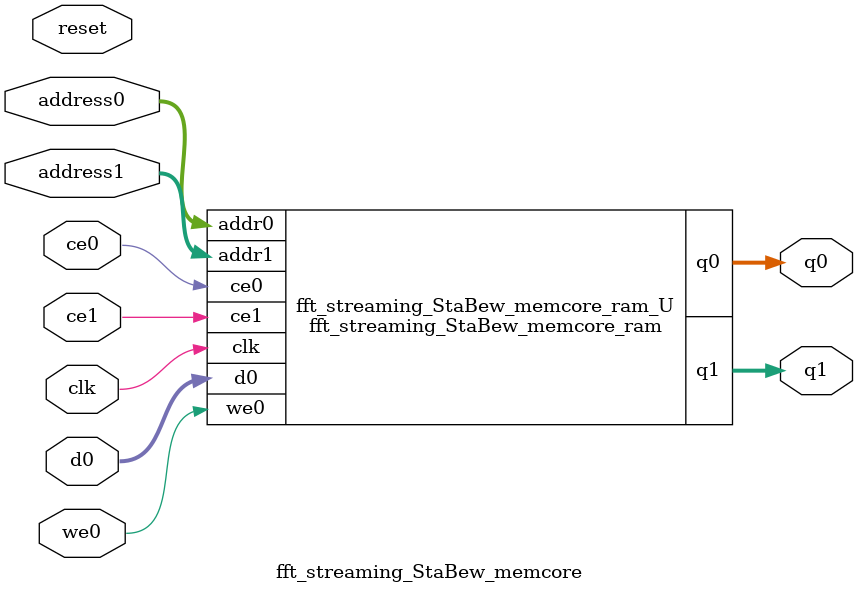
<source format=v>
`timescale 1 ns / 1 ps
module fft_streaming_StaBew_memcore_ram (addr0, ce0, d0, we0, q0, addr1, ce1, q1,  clk);

parameter DWIDTH = 22;
parameter AWIDTH = 10;
parameter MEM_SIZE = 1024;

input[AWIDTH-1:0] addr0;
input ce0;
input[DWIDTH-1:0] d0;
input we0;
output reg[DWIDTH-1:0] q0;
input[AWIDTH-1:0] addr1;
input ce1;
output reg[DWIDTH-1:0] q1;
input clk;

(* ram_style = "block" *)reg [DWIDTH-1:0] ram[0:MEM_SIZE-1];




always @(posedge clk)  
begin 
    if (ce0) begin
        if (we0) 
            ram[addr0] <= d0; 
        q0 <= ram[addr0];
    end
end


always @(posedge clk)  
begin 
    if (ce1) begin
        q1 <= ram[addr1];
    end
end


endmodule

`timescale 1 ns / 1 ps
module fft_streaming_StaBew_memcore(
    reset,
    clk,
    address0,
    ce0,
    we0,
    d0,
    q0,
    address1,
    ce1,
    q1);

parameter DataWidth = 32'd22;
parameter AddressRange = 32'd1024;
parameter AddressWidth = 32'd10;
input reset;
input clk;
input[AddressWidth - 1:0] address0;
input ce0;
input we0;
input[DataWidth - 1:0] d0;
output[DataWidth - 1:0] q0;
input[AddressWidth - 1:0] address1;
input ce1;
output[DataWidth - 1:0] q1;



fft_streaming_StaBew_memcore_ram fft_streaming_StaBew_memcore_ram_U(
    .clk( clk ),
    .addr0( address0 ),
    .ce0( ce0 ),
    .we0( we0 ),
    .d0( d0 ),
    .q0( q0 ),
    .addr1( address1 ),
    .ce1( ce1 ),
    .q1( q1 ));

endmodule


</source>
